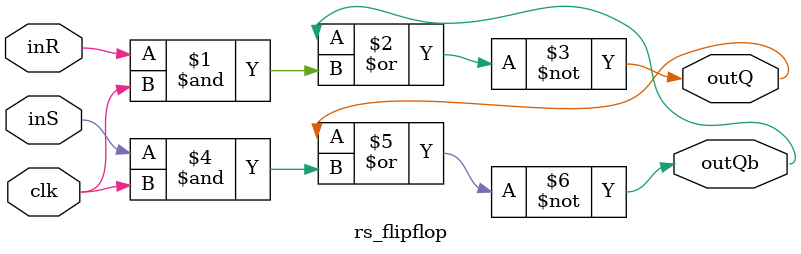
<source format=v>
`timescale 1ns / 1ps



module rs_flipflop(
outQ, outQb, inR, inS, clk
    );
    input inR;
    input inS;
    input clk;
    
    output outQ;
    output outQb;
    
    assign outQ = ~(outQb | (inR&clk));
    assign outQb = ~(outQ | (inS&clk));
    
endmodule

</source>
